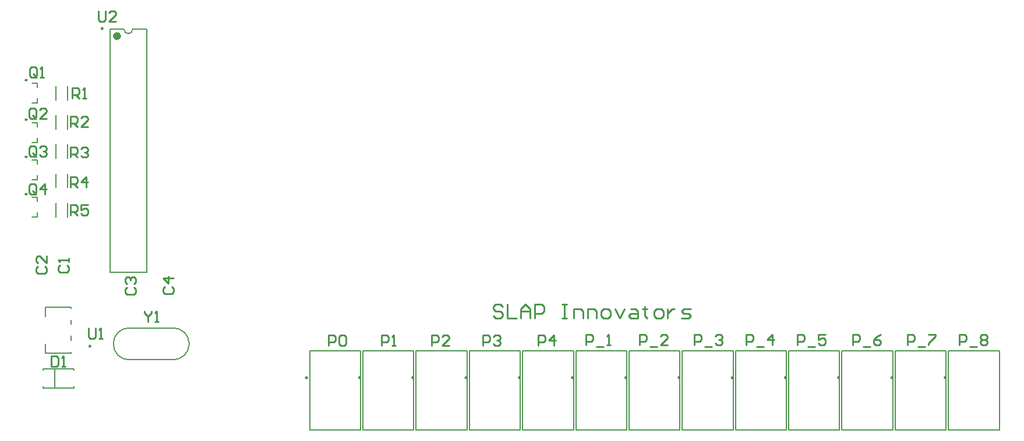
<source format=gbr>
%TF.GenerationSoftware,Altium Limited,Altium Designer,24.6.1 (21)*%
G04 Layer_Color=65535*
%FSLAX45Y45*%
%MOMM*%
%TF.SameCoordinates,9A433DDD-85E4-4EE4-B99C-1E68303A8431*%
%TF.FilePolarity,Positive*%
%TF.FileFunction,Legend,Top*%
%TF.Part,Single*%
G01*
G75*
%TA.AperFunction,NonConductor*%
%ADD27C,0.20000*%
%ADD28C,0.25000*%
%ADD29C,0.60000*%
%ADD30C,0.25400*%
D27*
X2520000Y1068000D02*
G03*
X2752000Y1300000I0J232000D01*
G01*
D02*
G03*
X2520000Y1532000I-232000J0D01*
G01*
X1880000D02*
G03*
X1648000Y1300000I0J-232000D01*
G01*
Y1300000D02*
G03*
X1880000Y1068000I232000J0D01*
G01*
X1803899Y5878797D02*
G03*
X1930899Y5878797I63500J0D01*
G01*
X1880003Y1067503D02*
X2520007D01*
X1880003Y1532506D02*
X2520007D01*
X10658690Y49197D02*
Y1199197D01*
X9918691D02*
X10658690D01*
X9918691Y49197D02*
Y1199197D01*
Y49197D02*
X10658690D01*
X13753258D02*
Y1199197D01*
X13013260D02*
X13753258D01*
X13013260Y49197D02*
Y1199197D01*
Y49197D02*
X13753258D01*
X5243202D02*
Y1199197D01*
X4503198D02*
X5243202D01*
X4503198Y49197D02*
Y1199197D01*
Y49197D02*
X5243202D01*
X6790483D02*
Y1199197D01*
X6050480D02*
X6790483D01*
X6050480Y49197D02*
Y1199197D01*
Y49197D02*
X6790483D01*
X800000Y669998D02*
Y929998D01*
X624999Y921499D02*
Y939502D01*
Y660499D02*
Y678502D01*
Y660499D02*
X1075001D01*
Y921499D02*
Y939502D01*
Y660499D02*
Y678502D01*
X624999Y939502D02*
X1075001D01*
X464999Y4520928D02*
X546498D01*
Y4454928D02*
Y4520928D01*
X464999Y4228929D02*
X546498D01*
Y4294929D01*
X5276841Y49197D02*
X6016845D01*
X5276841D02*
Y1199197D01*
X6016845D01*
Y49197D02*
Y1199197D01*
X6824123Y49197D02*
X7564127D01*
X6824123D02*
Y1199197D01*
X7564127D01*
Y49197D02*
Y1199197D01*
X7597766Y49197D02*
X8337770D01*
X7597766D02*
Y1199197D01*
X8337770D01*
Y49197D02*
Y1199197D01*
X8371410Y49197D02*
X9111408D01*
X8371410D02*
Y1199197D01*
X9111408D01*
Y49197D02*
Y1199197D01*
X9145048Y49197D02*
X9885052D01*
X9145048D02*
Y1199197D01*
X9885052D01*
Y49197D02*
Y1199197D01*
X12239616Y49197D02*
X12979614D01*
X12239616D02*
Y1199197D01*
X12979614D01*
Y49197D02*
Y1199197D01*
X11465973Y49197D02*
X12205977D01*
X11465973D02*
Y1199197D01*
X12205977D01*
Y49197D02*
Y1199197D01*
X10692335Y49197D02*
X11432333D01*
X10692335D02*
Y1199197D01*
X11432333D01*
Y49197D02*
Y1199197D01*
X13786897Y49197D02*
X14526897D01*
X13786897D02*
Y1199197D01*
X14526897D01*
Y49197D02*
Y1199197D01*
X464999Y5095999D02*
X546498D01*
Y5030000D02*
Y5095999D01*
X464999Y4804001D02*
X546498D01*
Y4870000D01*
Y3145198D02*
Y3211197D01*
X464999Y3145198D02*
X546498D01*
Y3371197D02*
Y3437196D01*
X464999D02*
X546498D01*
X812502Y4849583D02*
Y5050406D01*
X987498Y4849583D02*
Y5050406D01*
X546498Y3687066D02*
Y3753065D01*
X464999Y3687066D02*
X546498D01*
Y3913065D02*
Y3979064D01*
X464999D02*
X546498D01*
X812502Y3574585D02*
Y3775407D01*
X987498Y3574585D02*
Y3775407D01*
X812502Y3999588D02*
Y4200410D01*
X987498Y3999588D02*
Y4200410D01*
X812502Y4424586D02*
Y4625408D01*
X987498Y4424586D02*
Y4625408D01*
Y3149592D02*
Y3350414D01*
X812502Y3149592D02*
Y3350414D01*
X1034996Y1164998D02*
Y1184998D01*
Y1355001D02*
Y1415000D01*
Y1584998D02*
Y1644997D01*
Y1815000D02*
Y1835000D01*
X664999D02*
X1034996D01*
X664999Y1164998D02*
Y1299999D01*
Y1699999D02*
Y1835000D01*
Y1164998D02*
X1034996D01*
X1602401Y2338798D02*
Y5878796D01*
X2132398Y2338798D02*
Y5878796D01*
X1602401D02*
X1803899D01*
X1930899D02*
X2132398D01*
X1602401Y2338798D02*
X2132398D01*
D28*
X9883690Y809197D02*
G03*
X9883690Y809197I-12500J0D01*
G01*
X12978256D02*
G03*
X12978256Y809197I-12500J0D01*
G01*
X4468199Y809194D02*
G03*
X4468199Y809194I-12500J0D01*
G01*
X6015482D02*
G03*
X6015482Y809194I-12500J0D01*
G01*
X393999Y4564931D02*
G03*
X393999Y4564931I-12500J0D01*
G01*
X5241841Y809194D02*
G03*
X5241841Y809194I-12500J0D01*
G01*
X6789124D02*
G03*
X6789124Y809194I-12500J0D01*
G01*
X7562765D02*
G03*
X7562765Y809194I-12500J0D01*
G01*
X8336407Y809197D02*
G03*
X8336407Y809197I-12500J0D01*
G01*
X9110049D02*
G03*
X9110049Y809197I-12500J0D01*
G01*
X12204615D02*
G03*
X12204615Y809197I-12500J0D01*
G01*
X11430973D02*
G03*
X11430973Y809197I-12500J0D01*
G01*
X10657332D02*
G03*
X10657332Y809197I-12500J0D01*
G01*
X13751898D02*
G03*
X13751898Y809197I-12500J0D01*
G01*
X393998Y5139998D02*
G03*
X393998Y5139998I-12500J0D01*
G01*
X393999Y3481198D02*
G03*
X393999Y3481198I-12500J0D01*
G01*
X393999Y4023063D02*
G03*
X393999Y4023063I-12500J0D01*
G01*
X1319999Y1267498D02*
G03*
X1319999Y1267498I-12500J0D01*
G01*
X1498899Y5889797D02*
G03*
X1498899Y5889797I-12500J0D01*
G01*
D29*
X1732399Y5778797D02*
G03*
X1732399Y5778797I-30000J0D01*
G01*
D30*
X7308690Y1841277D02*
X7275368Y1874600D01*
X7208723D01*
X7175400Y1841277D01*
Y1807955D01*
X7208723Y1774632D01*
X7275368D01*
X7308690Y1741309D01*
Y1707987D01*
X7275368Y1674664D01*
X7208723D01*
X7175400Y1707987D01*
X7375336Y1874600D02*
Y1674664D01*
X7508626D01*
X7575271D02*
Y1807955D01*
X7641916Y1874600D01*
X7708562Y1807955D01*
Y1674664D01*
Y1774632D01*
X7575271D01*
X7775207Y1674664D02*
Y1874600D01*
X7875175D01*
X7908497Y1841277D01*
Y1774632D01*
X7875175Y1741309D01*
X7775207D01*
X8175078Y1874600D02*
X8241723D01*
X8208401D01*
Y1674664D01*
X8175078D01*
X8241723D01*
X8341691D02*
Y1807955D01*
X8441659D01*
X8474981Y1774632D01*
Y1674664D01*
X8541627D02*
Y1807955D01*
X8641594D01*
X8674917Y1774632D01*
Y1674664D01*
X8774885D02*
X8841530D01*
X8874852Y1707987D01*
Y1774632D01*
X8841530Y1807955D01*
X8774885D01*
X8741562Y1774632D01*
Y1707987D01*
X8774885Y1674664D01*
X8941498Y1807955D02*
X9008143Y1674664D01*
X9074788Y1807955D01*
X9174756D02*
X9241401D01*
X9274724Y1774632D01*
Y1674664D01*
X9174756D01*
X9141433Y1707987D01*
X9174756Y1741309D01*
X9274724D01*
X9374691Y1841277D02*
Y1807955D01*
X9341369D01*
X9408014D01*
X9374691D01*
Y1707987D01*
X9408014Y1674664D01*
X9541304D02*
X9607950D01*
X9641272Y1707987D01*
Y1774632D01*
X9607950Y1807955D01*
X9541304D01*
X9507982Y1774632D01*
Y1707987D01*
X9541304Y1674664D01*
X9707917Y1807955D02*
Y1674664D01*
Y1741309D01*
X9741240Y1774632D01*
X9774562Y1807955D01*
X9807885D01*
X9907853Y1674664D02*
X10007821D01*
X10041143Y1707987D01*
X10007821Y1741309D01*
X9941175D01*
X9907853Y1774632D01*
X9941175Y1807955D01*
X10041143D01*
X748433Y1126175D02*
Y973825D01*
X824608D01*
X850000Y999216D01*
Y1100783D01*
X824608Y1126175D01*
X748433D01*
X900784Y973825D02*
X951567D01*
X926176D01*
Y1126175D01*
X900784Y1100783D01*
X13946864Y1286518D02*
Y1438868D01*
X14023039D01*
X14048431Y1413476D01*
Y1362693D01*
X14023039Y1337301D01*
X13946864D01*
X14099216Y1261126D02*
X14200783D01*
X14251566Y1413476D02*
X14276958Y1438868D01*
X14327742D01*
X14353134Y1413476D01*
Y1388085D01*
X14327742Y1362693D01*
X14353134Y1337301D01*
Y1311909D01*
X14327742Y1286518D01*
X14276958D01*
X14251566Y1311909D01*
Y1337301D01*
X14276958Y1362693D01*
X14251566Y1388085D01*
Y1413476D01*
X14276958Y1362693D02*
X14327742D01*
X13196864Y1286518D02*
Y1438868D01*
X13273039D01*
X13298431Y1413476D01*
Y1362693D01*
X13273039Y1337301D01*
X13196864D01*
X13349216Y1261126D02*
X13450783D01*
X13501566Y1438868D02*
X13603134D01*
Y1413476D01*
X13501566Y1311909D01*
Y1286518D01*
X12396865D02*
Y1438868D01*
X12473040D01*
X12498432Y1413476D01*
Y1362693D01*
X12473040Y1337301D01*
X12396865D01*
X12549216Y1261126D02*
X12650783D01*
X12803134Y1438868D02*
X12752350Y1413476D01*
X12701566Y1362693D01*
Y1311909D01*
X12726958Y1286518D01*
X12777742D01*
X12803134Y1311909D01*
Y1337301D01*
X12777742Y1362693D01*
X12701566D01*
X11596865Y1286518D02*
Y1438868D01*
X11673040D01*
X11698432Y1413476D01*
Y1362693D01*
X11673040Y1337301D01*
X11596865D01*
X11749216Y1261126D02*
X11850783D01*
X12003133Y1438868D02*
X11901566D01*
Y1362693D01*
X11952350Y1388085D01*
X11977742D01*
X12003133Y1362693D01*
Y1311909D01*
X11977742Y1286518D01*
X11926958D01*
X11901566Y1311909D01*
X10846865Y1286518D02*
Y1438868D01*
X10923040D01*
X10948432Y1413476D01*
Y1362693D01*
X10923040Y1337301D01*
X10846865D01*
X10999215Y1261126D02*
X11100783D01*
X11227742Y1286518D02*
Y1438868D01*
X11151566Y1362693D01*
X11253133D01*
X10096865Y1286518D02*
Y1438868D01*
X10173040D01*
X10198432Y1413476D01*
Y1362693D01*
X10173040Y1337301D01*
X10096865D01*
X10249216Y1261126D02*
X10350783D01*
X10401566Y1413476D02*
X10426958Y1438868D01*
X10477742D01*
X10503134Y1413476D01*
Y1388085D01*
X10477742Y1362693D01*
X10452350D01*
X10477742D01*
X10503134Y1337301D01*
Y1311909D01*
X10477742Y1286518D01*
X10426958D01*
X10401566Y1311909D01*
X9296865Y1286518D02*
Y1438868D01*
X9373040D01*
X9398432Y1413476D01*
Y1362693D01*
X9373040Y1337301D01*
X9296865D01*
X9449216Y1261126D02*
X9550783D01*
X9703134Y1286518D02*
X9601566D01*
X9703134Y1388085D01*
Y1413476D01*
X9677742Y1438868D01*
X9626958D01*
X9601566Y1413476D01*
X8522257Y1286518D02*
Y1438868D01*
X8598432D01*
X8623824Y1413476D01*
Y1362693D01*
X8598432Y1337301D01*
X8522257D01*
X8674607Y1261126D02*
X8776175D01*
X8826958Y1286518D02*
X8877742D01*
X8852350D01*
Y1438868D01*
X8826958Y1413476D01*
X7823040Y1273822D02*
Y1426172D01*
X7899216D01*
X7924607Y1400781D01*
Y1349997D01*
X7899216Y1324605D01*
X7823040D01*
X8051566Y1273822D02*
Y1426172D01*
X7975391Y1349997D01*
X8076958D01*
X7023040Y1273822D02*
Y1426172D01*
X7099216D01*
X7124608Y1400781D01*
Y1349997D01*
X7099216Y1324605D01*
X7023040D01*
X7175391Y1400781D02*
X7200783Y1426172D01*
X7251566D01*
X7276958Y1400781D01*
Y1375389D01*
X7251566Y1349997D01*
X7226175D01*
X7251566D01*
X7276958Y1324605D01*
Y1299214D01*
X7251566Y1273822D01*
X7200783D01*
X7175391Y1299214D01*
X6273040Y1273822D02*
Y1426172D01*
X6349216D01*
X6374608Y1400781D01*
Y1349997D01*
X6349216Y1324605D01*
X6273040D01*
X6526958Y1273822D02*
X6425391D01*
X6526958Y1375389D01*
Y1400781D01*
X6501566Y1426172D01*
X6450783D01*
X6425391Y1400781D01*
X5548432Y1273822D02*
Y1426172D01*
X5624607D01*
X5649999Y1400781D01*
Y1349997D01*
X5624607Y1324605D01*
X5548432D01*
X5700783Y1273822D02*
X5751566D01*
X5726175D01*
Y1426172D01*
X5700783Y1400781D01*
X4773040Y1273822D02*
Y1426172D01*
X4849216D01*
X4874607Y1400781D01*
Y1349997D01*
X4849216Y1324605D01*
X4773040D01*
X4925391Y1400781D02*
X4950783Y1426172D01*
X5001566D01*
X5026958Y1400781D01*
Y1299214D01*
X5001566Y1273822D01*
X4950783D01*
X4925391Y1299214D01*
Y1400781D01*
X874716Y2446300D02*
X849324Y2420908D01*
Y2370125D01*
X874716Y2344733D01*
X976283D01*
X1001675Y2370125D01*
Y2420908D01*
X976283Y2446300D01*
X1001675Y2497084D02*
Y2547867D01*
Y2522476D01*
X849324D01*
X874716Y2497084D01*
X549217Y2424608D02*
X523825Y2399216D01*
Y2348433D01*
X549217Y2323041D01*
X650784D01*
X676175Y2348433D01*
Y2399216D01*
X650784Y2424608D01*
X676175Y2576959D02*
Y2475392D01*
X574608Y2576959D01*
X549217D01*
X523825Y2551567D01*
Y2500784D01*
X549217Y2475392D01*
X1849217Y2124608D02*
X1823825Y2099217D01*
Y2048433D01*
X1849217Y2023041D01*
X1950784D01*
X1976175Y2048433D01*
Y2099217D01*
X1950784Y2124608D01*
X1849217Y2175392D02*
X1823825Y2200784D01*
Y2251567D01*
X1849217Y2276959D01*
X1874608D01*
X1900000Y2251567D01*
Y2226175D01*
Y2251567D01*
X1925392Y2276959D01*
X1950784D01*
X1976175Y2251567D01*
Y2200784D01*
X1950784Y2175392D01*
X2399216Y2129606D02*
X2373825Y2104214D01*
Y2053430D01*
X2399216Y2028038D01*
X2500783D01*
X2526175Y2053430D01*
Y2104214D01*
X2500783Y2129606D01*
X2526175Y2256564D02*
X2373825D01*
X2450000Y2180389D01*
Y2281956D01*
X531498Y5199214D02*
Y5300781D01*
X506106Y5326173D01*
X455323D01*
X429931Y5300781D01*
Y5199214D01*
X455323Y5173822D01*
X506106D01*
X480714Y5224606D02*
X531498Y5173822D01*
X506106D02*
X531498Y5199214D01*
X582282Y5173822D02*
X633065D01*
X607673D01*
Y5326173D01*
X582282Y5300781D01*
X524608Y4599214D02*
Y4700781D01*
X499216Y4726173D01*
X448432D01*
X423040Y4700781D01*
Y4599214D01*
X448432Y4573822D01*
X499216D01*
X473824Y4624606D02*
X524608Y4573822D01*
X499216D02*
X524608Y4599214D01*
X676958Y4573822D02*
X575391D01*
X676958Y4675389D01*
Y4700781D01*
X651566Y4726173D01*
X600783D01*
X575391Y4700781D01*
X524608Y4049214D02*
Y4150781D01*
X499216Y4176173D01*
X448432D01*
X423040Y4150781D01*
Y4049214D01*
X448432Y4023822D01*
X499216D01*
X473824Y4074606D02*
X524608Y4023822D01*
X499216D02*
X524608Y4049214D01*
X575391Y4150781D02*
X600783Y4176173D01*
X651566D01*
X676958Y4150781D01*
Y4125390D01*
X651566Y4099998D01*
X626175D01*
X651566D01*
X676958Y4074606D01*
Y4049214D01*
X651566Y4023822D01*
X600783D01*
X575391Y4049214D01*
X524608Y3499214D02*
Y3600781D01*
X499216Y3626173D01*
X448432D01*
X423040Y3600781D01*
Y3499214D01*
X448432Y3473822D01*
X499216D01*
X473824Y3524606D02*
X524608Y3473822D01*
X499216D02*
X524608Y3499214D01*
X651566Y3473822D02*
Y3626173D01*
X575391Y3549997D01*
X676958D01*
X1048433Y4873825D02*
Y5026175D01*
X1124608D01*
X1150000Y5000783D01*
Y4950000D01*
X1124608Y4924608D01*
X1048433D01*
X1099216D02*
X1150000Y4873825D01*
X1200784D02*
X1251567D01*
X1226176D01*
Y5026175D01*
X1200784Y5000783D01*
X1023041Y4458928D02*
Y4611279D01*
X1099216D01*
X1124608Y4585887D01*
Y4535103D01*
X1099216Y4509712D01*
X1023041D01*
X1073824D02*
X1124608Y4458928D01*
X1276959D02*
X1175392D01*
X1276959Y4560495D01*
Y4585887D01*
X1251567Y4611279D01*
X1200783D01*
X1175392Y4585887D01*
X1023041Y4013715D02*
Y4166066D01*
X1099216D01*
X1124608Y4140674D01*
Y4089891D01*
X1099216Y4064499D01*
X1023041D01*
X1073824D02*
X1124608Y4013715D01*
X1175392Y4140674D02*
X1200783Y4166066D01*
X1251567D01*
X1276959Y4140674D01*
Y4115283D01*
X1251567Y4089891D01*
X1226175D01*
X1251567D01*
X1276959Y4064499D01*
Y4039107D01*
X1251567Y4013715D01*
X1200783D01*
X1175392Y4039107D01*
X1023041Y3573825D02*
Y3726175D01*
X1099216D01*
X1124608Y3700784D01*
Y3650000D01*
X1099216Y3624608D01*
X1023041D01*
X1073825D02*
X1124608Y3573825D01*
X1251567D02*
Y3726175D01*
X1175392Y3650000D01*
X1276959D01*
X1023041Y3173825D02*
Y3326175D01*
X1099216D01*
X1124608Y3300784D01*
Y3250000D01*
X1099216Y3224608D01*
X1023041D01*
X1073825D02*
X1124608Y3173825D01*
X1276959Y3326175D02*
X1175392D01*
Y3250000D01*
X1226175Y3275392D01*
X1251567D01*
X1276959Y3250000D01*
Y3199217D01*
X1251567Y3173825D01*
X1200784D01*
X1175392Y3199217D01*
X1291532Y1528373D02*
Y1401414D01*
X1316924Y1376022D01*
X1367708D01*
X1393100Y1401414D01*
Y1528373D01*
X1443883Y1376022D02*
X1494667D01*
X1469275D01*
Y1528373D01*
X1443883Y1502981D01*
X1430519Y6143288D02*
Y6016329D01*
X1455911Y5990937D01*
X1506695D01*
X1532087Y6016329D01*
Y6143288D01*
X1684437Y5990937D02*
X1582870D01*
X1684437Y6092505D01*
Y6117896D01*
X1659045Y6143288D01*
X1608262D01*
X1582870Y6117896D01*
X2098433Y1776175D02*
Y1750783D01*
X2149216Y1700000D01*
X2200000Y1750783D01*
Y1776175D01*
X2149216Y1700000D02*
Y1623825D01*
X2250784D02*
X2301567D01*
X2276176D01*
Y1776175D01*
X2250784Y1750783D01*
%TF.MD5,c0b24fec1f801a14600a8ab18e5cc6f9*%
M02*

</source>
